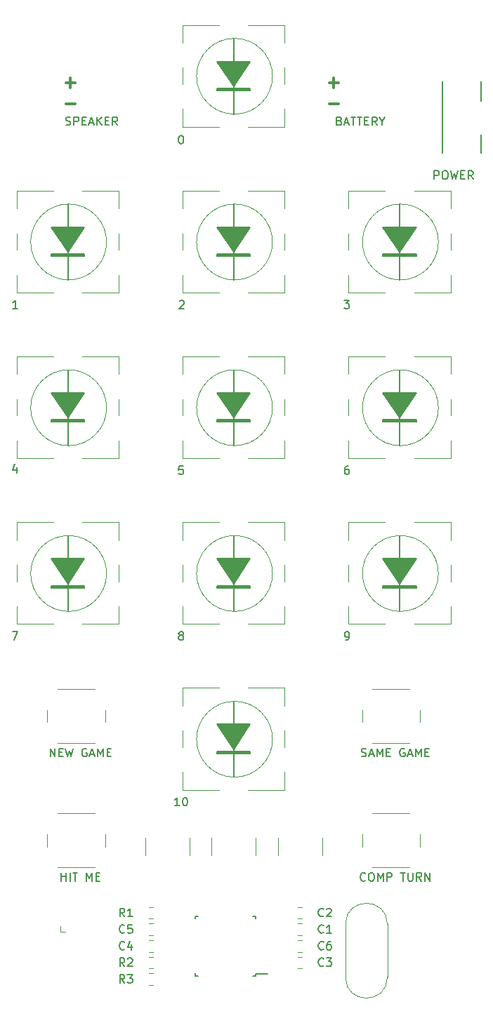
<source format=gbr>
G04 #@! TF.GenerationSoftware,KiCad,Pcbnew,(5.1.4)-1*
G04 #@! TF.CreationDate,2019-10-22T14:30:37-04:00*
G04 #@! TF.ProjectId,MerlinGame,4d65726c-696e-4476-916d-652e6b696361,A*
G04 #@! TF.SameCoordinates,Original*
G04 #@! TF.FileFunction,Legend,Top*
G04 #@! TF.FilePolarity,Positive*
%FSLAX46Y46*%
G04 Gerber Fmt 4.6, Leading zero omitted, Abs format (unit mm)*
G04 Created by KiCad (PCBNEW (5.1.4)-1) date 2019-10-22 14:30:37*
%MOMM*%
%LPD*%
G04 APERTURE LIST*
%ADD10C,0.150000*%
%ADD11C,0.300000*%
%ADD12C,0.120000*%
G04 APERTURE END LIST*
D10*
X59745952Y-55904761D02*
X59888809Y-55952380D01*
X60126904Y-55952380D01*
X60222142Y-55904761D01*
X60269761Y-55857142D01*
X60317380Y-55761904D01*
X60317380Y-55666666D01*
X60269761Y-55571428D01*
X60222142Y-55523809D01*
X60126904Y-55476190D01*
X59936428Y-55428571D01*
X59841190Y-55380952D01*
X59793571Y-55333333D01*
X59745952Y-55238095D01*
X59745952Y-55142857D01*
X59793571Y-55047619D01*
X59841190Y-55000000D01*
X59936428Y-54952380D01*
X60174523Y-54952380D01*
X60317380Y-55000000D01*
X60745952Y-55952380D02*
X60745952Y-54952380D01*
X61126904Y-54952380D01*
X61222142Y-55000000D01*
X61269761Y-55047619D01*
X61317380Y-55142857D01*
X61317380Y-55285714D01*
X61269761Y-55380952D01*
X61222142Y-55428571D01*
X61126904Y-55476190D01*
X60745952Y-55476190D01*
X61745952Y-55428571D02*
X62079285Y-55428571D01*
X62222142Y-55952380D02*
X61745952Y-55952380D01*
X61745952Y-54952380D01*
X62222142Y-54952380D01*
X62603095Y-55666666D02*
X63079285Y-55666666D01*
X62507857Y-55952380D02*
X62841190Y-54952380D01*
X63174523Y-55952380D01*
X63507857Y-55952380D02*
X63507857Y-54952380D01*
X64079285Y-55952380D02*
X63650714Y-55380952D01*
X64079285Y-54952380D02*
X63507857Y-55523809D01*
X64507857Y-55428571D02*
X64841190Y-55428571D01*
X64984047Y-55952380D02*
X64507857Y-55952380D01*
X64507857Y-54952380D01*
X64984047Y-54952380D01*
X65984047Y-55952380D02*
X65650714Y-55476190D01*
X65412619Y-55952380D02*
X65412619Y-54952380D01*
X65793571Y-54952380D01*
X65888809Y-55000000D01*
X65936428Y-55047619D01*
X65984047Y-55142857D01*
X65984047Y-55285714D01*
X65936428Y-55380952D01*
X65888809Y-55428571D01*
X65793571Y-55476190D01*
X65412619Y-55476190D01*
X92750000Y-55428571D02*
X92892857Y-55476190D01*
X92940476Y-55523809D01*
X92988095Y-55619047D01*
X92988095Y-55761904D01*
X92940476Y-55857142D01*
X92892857Y-55904761D01*
X92797619Y-55952380D01*
X92416666Y-55952380D01*
X92416666Y-54952380D01*
X92750000Y-54952380D01*
X92845238Y-55000000D01*
X92892857Y-55047619D01*
X92940476Y-55142857D01*
X92940476Y-55238095D01*
X92892857Y-55333333D01*
X92845238Y-55380952D01*
X92750000Y-55428571D01*
X92416666Y-55428571D01*
X93369047Y-55666666D02*
X93845238Y-55666666D01*
X93273809Y-55952380D02*
X93607142Y-54952380D01*
X93940476Y-55952380D01*
X94130952Y-54952380D02*
X94702380Y-54952380D01*
X94416666Y-55952380D02*
X94416666Y-54952380D01*
X94892857Y-54952380D02*
X95464285Y-54952380D01*
X95178571Y-55952380D02*
X95178571Y-54952380D01*
X95797619Y-55428571D02*
X96130952Y-55428571D01*
X96273809Y-55952380D02*
X95797619Y-55952380D01*
X95797619Y-54952380D01*
X96273809Y-54952380D01*
X97273809Y-55952380D02*
X96940476Y-55476190D01*
X96702380Y-55952380D02*
X96702380Y-54952380D01*
X97083333Y-54952380D01*
X97178571Y-55000000D01*
X97226190Y-55047619D01*
X97273809Y-55142857D01*
X97273809Y-55285714D01*
X97226190Y-55380952D01*
X97178571Y-55428571D01*
X97083333Y-55476190D01*
X96702380Y-55476190D01*
X97892857Y-55476190D02*
X97892857Y-55952380D01*
X97559523Y-54952380D02*
X97892857Y-55476190D01*
X98226190Y-54952380D01*
D11*
X60896428Y-53359857D02*
X59753571Y-53359857D01*
X60896428Y-50819857D02*
X59753571Y-50819857D01*
X60325000Y-50248428D02*
X60325000Y-51391285D01*
X92646428Y-50819857D02*
X91503571Y-50819857D01*
X92075000Y-50248428D02*
X92075000Y-51391285D01*
X92646428Y-53359857D02*
X91503571Y-53359857D01*
D12*
X69738748Y-159710000D02*
X70261252Y-159710000D01*
X69738748Y-158290000D02*
X70261252Y-158290000D01*
X70261252Y-156290000D02*
X69738748Y-156290000D01*
X70261252Y-157710000D02*
X69738748Y-157710000D01*
X69738748Y-153710000D02*
X70261252Y-153710000D01*
X69738748Y-152290000D02*
X70261252Y-152290000D01*
X88261252Y-156290000D02*
X87738748Y-156290000D01*
X88261252Y-157710000D02*
X87738748Y-157710000D01*
X70261252Y-154290000D02*
X69738748Y-154290000D01*
X70261252Y-155710000D02*
X69738748Y-155710000D01*
X88261252Y-154290000D02*
X87738748Y-154290000D01*
X88261252Y-155710000D02*
X87738748Y-155710000D01*
D10*
X109800000Y-53000000D02*
X109800000Y-50700000D01*
X109800000Y-59300000D02*
X109800000Y-57100000D01*
X105200000Y-59300000D02*
X105200000Y-50700000D01*
D12*
X69763748Y-151710000D02*
X70286252Y-151710000D01*
X69763748Y-150290000D02*
X70286252Y-150290000D01*
X59730000Y-153270000D02*
X59095000Y-153270000D01*
X59095000Y-153270000D02*
X59095000Y-152635000D01*
X74670000Y-144050000D02*
X74670000Y-141950000D01*
X69330000Y-144050000D02*
X69330000Y-141950000D01*
X82670000Y-144050000D02*
X82670000Y-141950000D01*
X77330000Y-144050000D02*
X77330000Y-141950000D01*
X90670000Y-144050000D02*
X90670000Y-141950000D01*
X85330000Y-144050000D02*
X85330000Y-141950000D01*
X88261252Y-152290000D02*
X87738748Y-152290000D01*
X88261252Y-153710000D02*
X87738748Y-153710000D01*
X88261252Y-150290000D02*
X87738748Y-150290000D01*
X88261252Y-151710000D02*
X87738748Y-151710000D01*
X98525000Y-152360000D02*
G75*
G03X93475000Y-152360000I-2525000J0D01*
G01*
X98525000Y-158760000D02*
G75*
G02X93475000Y-158760000I-2525000J0D01*
G01*
X98525000Y-158760000D02*
X98525000Y-152360000D01*
X93475000Y-158760000D02*
X93475000Y-152360000D01*
X102475000Y-143000000D02*
X102475000Y-141500000D01*
X101225000Y-139000000D02*
X96725000Y-139000000D01*
X95475000Y-141500000D02*
X95475000Y-143000000D01*
X96725000Y-145500000D02*
X101225000Y-145500000D01*
X64525000Y-143000000D02*
X64525000Y-141500000D01*
X63275000Y-139000000D02*
X58775000Y-139000000D01*
X57525000Y-141500000D02*
X57525000Y-143000000D01*
X58775000Y-145500000D02*
X63275000Y-145500000D01*
X102475000Y-128000000D02*
X102475000Y-126500000D01*
X101225000Y-124000000D02*
X96725000Y-124000000D01*
X95475000Y-126500000D02*
X95475000Y-128000000D01*
X96725000Y-130500000D02*
X101225000Y-130500000D01*
X64525000Y-128000000D02*
X64525000Y-126500000D01*
X63275000Y-124000000D02*
X58775000Y-124000000D01*
X57525000Y-126500000D02*
X57525000Y-128000000D01*
X58775000Y-130500000D02*
X63275000Y-130500000D01*
X86150000Y-136150000D02*
X81750000Y-136150000D01*
X73850000Y-123850000D02*
X78250000Y-123850000D01*
D10*
X80000000Y-125500000D02*
X80000000Y-134600000D01*
G36*
X78000000Y-131500000D02*
G01*
X82000000Y-131500000D01*
X82000000Y-131750000D01*
X78000000Y-131750000D01*
X78000000Y-131500000D01*
G37*
X78000000Y-131500000D02*
X82000000Y-131500000D01*
X82000000Y-131750000D01*
X78000000Y-131750000D01*
X78000000Y-131500000D01*
G36*
X78000000Y-128250000D02*
G01*
X82000000Y-128250000D01*
X80000000Y-131250000D01*
X78000000Y-128250000D01*
G37*
X78000000Y-128250000D02*
X82000000Y-128250000D01*
X80000000Y-131250000D01*
X78000000Y-128250000D01*
D12*
X73850000Y-131000000D02*
X73850000Y-129000000D01*
X73850000Y-136150000D02*
X73850000Y-134000000D01*
X78250000Y-136150000D02*
X73850000Y-136150000D01*
X86150000Y-134000000D02*
X86150000Y-136150000D01*
X86150000Y-129000000D02*
X86150000Y-131000000D01*
X86150000Y-123850000D02*
X86150000Y-126000000D01*
X81750000Y-123850000D02*
X86150000Y-123850000D01*
X73850000Y-126000000D02*
X73850000Y-123850000D01*
X84679050Y-130040000D02*
G75*
G03X84679050Y-130040000I-4579050J0D01*
G01*
X106150000Y-116150000D02*
X101750000Y-116150000D01*
X93850000Y-103850000D02*
X98250000Y-103850000D01*
D10*
X100000000Y-105500000D02*
X100000000Y-114600000D01*
G36*
X98000000Y-111500000D02*
G01*
X102000000Y-111500000D01*
X102000000Y-111750000D01*
X98000000Y-111750000D01*
X98000000Y-111500000D01*
G37*
X98000000Y-111500000D02*
X102000000Y-111500000D01*
X102000000Y-111750000D01*
X98000000Y-111750000D01*
X98000000Y-111500000D01*
G36*
X98000000Y-108250000D02*
G01*
X102000000Y-108250000D01*
X100000000Y-111250000D01*
X98000000Y-108250000D01*
G37*
X98000000Y-108250000D02*
X102000000Y-108250000D01*
X100000000Y-111250000D01*
X98000000Y-108250000D01*
D12*
X93850000Y-111000000D02*
X93850000Y-109000000D01*
X93850000Y-116150000D02*
X93850000Y-114000000D01*
X98250000Y-116150000D02*
X93850000Y-116150000D01*
X106150000Y-114000000D02*
X106150000Y-116150000D01*
X106150000Y-109000000D02*
X106150000Y-111000000D01*
X106150000Y-103850000D02*
X106150000Y-106000000D01*
X101750000Y-103850000D02*
X106150000Y-103850000D01*
X93850000Y-106000000D02*
X93850000Y-103850000D01*
X104679050Y-110040000D02*
G75*
G03X104679050Y-110040000I-4579050J0D01*
G01*
X86150000Y-116150000D02*
X81750000Y-116150000D01*
X73850000Y-103850000D02*
X78250000Y-103850000D01*
D10*
X80000000Y-105500000D02*
X80000000Y-114600000D01*
G36*
X78000000Y-111500000D02*
G01*
X82000000Y-111500000D01*
X82000000Y-111750000D01*
X78000000Y-111750000D01*
X78000000Y-111500000D01*
G37*
X78000000Y-111500000D02*
X82000000Y-111500000D01*
X82000000Y-111750000D01*
X78000000Y-111750000D01*
X78000000Y-111500000D01*
G36*
X78000000Y-108250000D02*
G01*
X82000000Y-108250000D01*
X80000000Y-111250000D01*
X78000000Y-108250000D01*
G37*
X78000000Y-108250000D02*
X82000000Y-108250000D01*
X80000000Y-111250000D01*
X78000000Y-108250000D01*
D12*
X73850000Y-111000000D02*
X73850000Y-109000000D01*
X73850000Y-116150000D02*
X73850000Y-114000000D01*
X78250000Y-116150000D02*
X73850000Y-116150000D01*
X86150000Y-114000000D02*
X86150000Y-116150000D01*
X86150000Y-109000000D02*
X86150000Y-111000000D01*
X86150000Y-103850000D02*
X86150000Y-106000000D01*
X81750000Y-103850000D02*
X86150000Y-103850000D01*
X73850000Y-106000000D02*
X73850000Y-103850000D01*
X84679050Y-110040000D02*
G75*
G03X84679050Y-110040000I-4579050J0D01*
G01*
X66150000Y-116150000D02*
X61750000Y-116150000D01*
X53850000Y-103850000D02*
X58250000Y-103850000D01*
D10*
X60000000Y-105500000D02*
X60000000Y-114600000D01*
G36*
X58000000Y-111500000D02*
G01*
X62000000Y-111500000D01*
X62000000Y-111750000D01*
X58000000Y-111750000D01*
X58000000Y-111500000D01*
G37*
X58000000Y-111500000D02*
X62000000Y-111500000D01*
X62000000Y-111750000D01*
X58000000Y-111750000D01*
X58000000Y-111500000D01*
G36*
X58000000Y-108250000D02*
G01*
X62000000Y-108250000D01*
X60000000Y-111250000D01*
X58000000Y-108250000D01*
G37*
X58000000Y-108250000D02*
X62000000Y-108250000D01*
X60000000Y-111250000D01*
X58000000Y-108250000D01*
D12*
X53850000Y-111000000D02*
X53850000Y-109000000D01*
X53850000Y-116150000D02*
X53850000Y-114000000D01*
X58250000Y-116150000D02*
X53850000Y-116150000D01*
X66150000Y-114000000D02*
X66150000Y-116150000D01*
X66150000Y-109000000D02*
X66150000Y-111000000D01*
X66150000Y-103850000D02*
X66150000Y-106000000D01*
X61750000Y-103850000D02*
X66150000Y-103850000D01*
X53850000Y-106000000D02*
X53850000Y-103850000D01*
X64679050Y-110040000D02*
G75*
G03X64679050Y-110040000I-4579050J0D01*
G01*
X106150000Y-96150000D02*
X101750000Y-96150000D01*
X93850000Y-83850000D02*
X98250000Y-83850000D01*
D10*
X100000000Y-85500000D02*
X100000000Y-94600000D01*
G36*
X98000000Y-91500000D02*
G01*
X102000000Y-91500000D01*
X102000000Y-91750000D01*
X98000000Y-91750000D01*
X98000000Y-91500000D01*
G37*
X98000000Y-91500000D02*
X102000000Y-91500000D01*
X102000000Y-91750000D01*
X98000000Y-91750000D01*
X98000000Y-91500000D01*
G36*
X98000000Y-88250000D02*
G01*
X102000000Y-88250000D01*
X100000000Y-91250000D01*
X98000000Y-88250000D01*
G37*
X98000000Y-88250000D02*
X102000000Y-88250000D01*
X100000000Y-91250000D01*
X98000000Y-88250000D01*
D12*
X93850000Y-91000000D02*
X93850000Y-89000000D01*
X93850000Y-96150000D02*
X93850000Y-94000000D01*
X98250000Y-96150000D02*
X93850000Y-96150000D01*
X106150000Y-94000000D02*
X106150000Y-96150000D01*
X106150000Y-89000000D02*
X106150000Y-91000000D01*
X106150000Y-83850000D02*
X106150000Y-86000000D01*
X101750000Y-83850000D02*
X106150000Y-83850000D01*
X93850000Y-86000000D02*
X93850000Y-83850000D01*
X104679050Y-90040000D02*
G75*
G03X104679050Y-90040000I-4579050J0D01*
G01*
X86150000Y-96150000D02*
X81750000Y-96150000D01*
X73850000Y-83850000D02*
X78250000Y-83850000D01*
D10*
X80000000Y-85500000D02*
X80000000Y-94600000D01*
G36*
X78000000Y-91500000D02*
G01*
X82000000Y-91500000D01*
X82000000Y-91750000D01*
X78000000Y-91750000D01*
X78000000Y-91500000D01*
G37*
X78000000Y-91500000D02*
X82000000Y-91500000D01*
X82000000Y-91750000D01*
X78000000Y-91750000D01*
X78000000Y-91500000D01*
G36*
X78000000Y-88250000D02*
G01*
X82000000Y-88250000D01*
X80000000Y-91250000D01*
X78000000Y-88250000D01*
G37*
X78000000Y-88250000D02*
X82000000Y-88250000D01*
X80000000Y-91250000D01*
X78000000Y-88250000D01*
D12*
X73850000Y-91000000D02*
X73850000Y-89000000D01*
X73850000Y-96150000D02*
X73850000Y-94000000D01*
X78250000Y-96150000D02*
X73850000Y-96150000D01*
X86150000Y-94000000D02*
X86150000Y-96150000D01*
X86150000Y-89000000D02*
X86150000Y-91000000D01*
X86150000Y-83850000D02*
X86150000Y-86000000D01*
X81750000Y-83850000D02*
X86150000Y-83850000D01*
X73850000Y-86000000D02*
X73850000Y-83850000D01*
X84679050Y-90040000D02*
G75*
G03X84679050Y-90040000I-4579050J0D01*
G01*
X66150000Y-96150000D02*
X61750000Y-96150000D01*
X53850000Y-83850000D02*
X58250000Y-83850000D01*
D10*
X60000000Y-85500000D02*
X60000000Y-94600000D01*
G36*
X58000000Y-91500000D02*
G01*
X62000000Y-91500000D01*
X62000000Y-91750000D01*
X58000000Y-91750000D01*
X58000000Y-91500000D01*
G37*
X58000000Y-91500000D02*
X62000000Y-91500000D01*
X62000000Y-91750000D01*
X58000000Y-91750000D01*
X58000000Y-91500000D01*
G36*
X58000000Y-88250000D02*
G01*
X62000000Y-88250000D01*
X60000000Y-91250000D01*
X58000000Y-88250000D01*
G37*
X58000000Y-88250000D02*
X62000000Y-88250000D01*
X60000000Y-91250000D01*
X58000000Y-88250000D01*
D12*
X53850000Y-91000000D02*
X53850000Y-89000000D01*
X53850000Y-96150000D02*
X53850000Y-94000000D01*
X58250000Y-96150000D02*
X53850000Y-96150000D01*
X66150000Y-94000000D02*
X66150000Y-96150000D01*
X66150000Y-89000000D02*
X66150000Y-91000000D01*
X66150000Y-83850000D02*
X66150000Y-86000000D01*
X61750000Y-83850000D02*
X66150000Y-83850000D01*
X53850000Y-86000000D02*
X53850000Y-83850000D01*
X64679050Y-90040000D02*
G75*
G03X64679050Y-90040000I-4579050J0D01*
G01*
D10*
X82625000Y-158400000D02*
X84050000Y-158400000D01*
X75375000Y-158625000D02*
X75700000Y-158625000D01*
X75375000Y-151375000D02*
X75700000Y-151375000D01*
X82625000Y-151375000D02*
X82300000Y-151375000D01*
X82625000Y-158625000D02*
X82300000Y-158625000D01*
X82625000Y-151375000D02*
X82625000Y-151700000D01*
X75375000Y-151375000D02*
X75375000Y-151700000D01*
X75375000Y-158625000D02*
X75375000Y-158300000D01*
X82625000Y-158625000D02*
X82625000Y-158400000D01*
D12*
X106150000Y-76150000D02*
X101750000Y-76150000D01*
X93850000Y-63850000D02*
X98250000Y-63850000D01*
D10*
X100000000Y-65500000D02*
X100000000Y-74600000D01*
G36*
X98000000Y-71500000D02*
G01*
X102000000Y-71500000D01*
X102000000Y-71750000D01*
X98000000Y-71750000D01*
X98000000Y-71500000D01*
G37*
X98000000Y-71500000D02*
X102000000Y-71500000D01*
X102000000Y-71750000D01*
X98000000Y-71750000D01*
X98000000Y-71500000D01*
G36*
X98000000Y-68250000D02*
G01*
X102000000Y-68250000D01*
X100000000Y-71250000D01*
X98000000Y-68250000D01*
G37*
X98000000Y-68250000D02*
X102000000Y-68250000D01*
X100000000Y-71250000D01*
X98000000Y-68250000D01*
D12*
X93850000Y-71000000D02*
X93850000Y-69000000D01*
X93850000Y-76150000D02*
X93850000Y-74000000D01*
X98250000Y-76150000D02*
X93850000Y-76150000D01*
X106150000Y-74000000D02*
X106150000Y-76150000D01*
X106150000Y-69000000D02*
X106150000Y-71000000D01*
X106150000Y-63850000D02*
X106150000Y-66000000D01*
X101750000Y-63850000D02*
X106150000Y-63850000D01*
X93850000Y-66000000D02*
X93850000Y-63850000D01*
X104679050Y-70040000D02*
G75*
G03X104679050Y-70040000I-4579050J0D01*
G01*
X86150000Y-76150000D02*
X81750000Y-76150000D01*
X73850000Y-63850000D02*
X78250000Y-63850000D01*
D10*
X80000000Y-65500000D02*
X80000000Y-74600000D01*
G36*
X78000000Y-71500000D02*
G01*
X82000000Y-71500000D01*
X82000000Y-71750000D01*
X78000000Y-71750000D01*
X78000000Y-71500000D01*
G37*
X78000000Y-71500000D02*
X82000000Y-71500000D01*
X82000000Y-71750000D01*
X78000000Y-71750000D01*
X78000000Y-71500000D01*
G36*
X78000000Y-68250000D02*
G01*
X82000000Y-68250000D01*
X80000000Y-71250000D01*
X78000000Y-68250000D01*
G37*
X78000000Y-68250000D02*
X82000000Y-68250000D01*
X80000000Y-71250000D01*
X78000000Y-68250000D01*
D12*
X73850000Y-71000000D02*
X73850000Y-69000000D01*
X73850000Y-76150000D02*
X73850000Y-74000000D01*
X78250000Y-76150000D02*
X73850000Y-76150000D01*
X86150000Y-74000000D02*
X86150000Y-76150000D01*
X86150000Y-69000000D02*
X86150000Y-71000000D01*
X86150000Y-63850000D02*
X86150000Y-66000000D01*
X81750000Y-63850000D02*
X86150000Y-63850000D01*
X73850000Y-66000000D02*
X73850000Y-63850000D01*
X84679050Y-70040000D02*
G75*
G03X84679050Y-70040000I-4579050J0D01*
G01*
X66150000Y-76150000D02*
X61750000Y-76150000D01*
X53850000Y-63850000D02*
X58250000Y-63850000D01*
D10*
X60000000Y-65500000D02*
X60000000Y-74600000D01*
G36*
X58000000Y-71500000D02*
G01*
X62000000Y-71500000D01*
X62000000Y-71750000D01*
X58000000Y-71750000D01*
X58000000Y-71500000D01*
G37*
X58000000Y-71500000D02*
X62000000Y-71500000D01*
X62000000Y-71750000D01*
X58000000Y-71750000D01*
X58000000Y-71500000D01*
G36*
X58000000Y-68250000D02*
G01*
X62000000Y-68250000D01*
X60000000Y-71250000D01*
X58000000Y-68250000D01*
G37*
X58000000Y-68250000D02*
X62000000Y-68250000D01*
X60000000Y-71250000D01*
X58000000Y-68250000D01*
D12*
X53850000Y-71000000D02*
X53850000Y-69000000D01*
X53850000Y-76150000D02*
X53850000Y-74000000D01*
X58250000Y-76150000D02*
X53850000Y-76150000D01*
X66150000Y-74000000D02*
X66150000Y-76150000D01*
X66150000Y-69000000D02*
X66150000Y-71000000D01*
X66150000Y-63850000D02*
X66150000Y-66000000D01*
X61750000Y-63850000D02*
X66150000Y-63850000D01*
X53850000Y-66000000D02*
X53850000Y-63850000D01*
X64679050Y-70040000D02*
G75*
G03X64679050Y-70040000I-4579050J0D01*
G01*
X86150000Y-56150000D02*
X81750000Y-56150000D01*
X73850000Y-43850000D02*
X78250000Y-43850000D01*
D10*
X80000000Y-45500000D02*
X80000000Y-54600000D01*
G36*
X78000000Y-51500000D02*
G01*
X82000000Y-51500000D01*
X82000000Y-51750000D01*
X78000000Y-51750000D01*
X78000000Y-51500000D01*
G37*
X78000000Y-51500000D02*
X82000000Y-51500000D01*
X82000000Y-51750000D01*
X78000000Y-51750000D01*
X78000000Y-51500000D01*
G36*
X78000000Y-48250000D02*
G01*
X82000000Y-48250000D01*
X80000000Y-51250000D01*
X78000000Y-48250000D01*
G37*
X78000000Y-48250000D02*
X82000000Y-48250000D01*
X80000000Y-51250000D01*
X78000000Y-48250000D01*
D12*
X73850000Y-51000000D02*
X73850000Y-49000000D01*
X73850000Y-56150000D02*
X73850000Y-54000000D01*
X78250000Y-56150000D02*
X73850000Y-56150000D01*
X86150000Y-54000000D02*
X86150000Y-56150000D01*
X86150000Y-49000000D02*
X86150000Y-51000000D01*
X86150000Y-43850000D02*
X86150000Y-46000000D01*
X81750000Y-43850000D02*
X86150000Y-43850000D01*
X73850000Y-46000000D02*
X73850000Y-43850000D01*
X84679050Y-50040000D02*
G75*
G03X84679050Y-50040000I-4579050J0D01*
G01*
D10*
X66833333Y-159452380D02*
X66500000Y-158976190D01*
X66261904Y-159452380D02*
X66261904Y-158452380D01*
X66642857Y-158452380D01*
X66738095Y-158500000D01*
X66785714Y-158547619D01*
X66833333Y-158642857D01*
X66833333Y-158785714D01*
X66785714Y-158880952D01*
X66738095Y-158928571D01*
X66642857Y-158976190D01*
X66261904Y-158976190D01*
X67166666Y-158452380D02*
X67785714Y-158452380D01*
X67452380Y-158833333D01*
X67595238Y-158833333D01*
X67690476Y-158880952D01*
X67738095Y-158928571D01*
X67785714Y-159023809D01*
X67785714Y-159261904D01*
X67738095Y-159357142D01*
X67690476Y-159404761D01*
X67595238Y-159452380D01*
X67309523Y-159452380D01*
X67214285Y-159404761D01*
X67166666Y-159357142D01*
X66833333Y-157452380D02*
X66500000Y-156976190D01*
X66261904Y-157452380D02*
X66261904Y-156452380D01*
X66642857Y-156452380D01*
X66738095Y-156500000D01*
X66785714Y-156547619D01*
X66833333Y-156642857D01*
X66833333Y-156785714D01*
X66785714Y-156880952D01*
X66738095Y-156928571D01*
X66642857Y-156976190D01*
X66261904Y-156976190D01*
X67214285Y-156547619D02*
X67261904Y-156500000D01*
X67357142Y-156452380D01*
X67595238Y-156452380D01*
X67690476Y-156500000D01*
X67738095Y-156547619D01*
X67785714Y-156642857D01*
X67785714Y-156738095D01*
X67738095Y-156880952D01*
X67166666Y-157452380D01*
X67785714Y-157452380D01*
X66833333Y-153357142D02*
X66785714Y-153404761D01*
X66642857Y-153452380D01*
X66547619Y-153452380D01*
X66404761Y-153404761D01*
X66309523Y-153309523D01*
X66261904Y-153214285D01*
X66214285Y-153023809D01*
X66214285Y-152880952D01*
X66261904Y-152690476D01*
X66309523Y-152595238D01*
X66404761Y-152500000D01*
X66547619Y-152452380D01*
X66642857Y-152452380D01*
X66785714Y-152500000D01*
X66833333Y-152547619D01*
X67738095Y-152452380D02*
X67261904Y-152452380D01*
X67214285Y-152928571D01*
X67261904Y-152880952D01*
X67357142Y-152833333D01*
X67595238Y-152833333D01*
X67690476Y-152880952D01*
X67738095Y-152928571D01*
X67785714Y-153023809D01*
X67785714Y-153261904D01*
X67738095Y-153357142D01*
X67690476Y-153404761D01*
X67595238Y-153452380D01*
X67357142Y-153452380D01*
X67261904Y-153404761D01*
X67214285Y-153357142D01*
X90833333Y-157357142D02*
X90785714Y-157404761D01*
X90642857Y-157452380D01*
X90547619Y-157452380D01*
X90404761Y-157404761D01*
X90309523Y-157309523D01*
X90261904Y-157214285D01*
X90214285Y-157023809D01*
X90214285Y-156880952D01*
X90261904Y-156690476D01*
X90309523Y-156595238D01*
X90404761Y-156500000D01*
X90547619Y-156452380D01*
X90642857Y-156452380D01*
X90785714Y-156500000D01*
X90833333Y-156547619D01*
X91166666Y-156452380D02*
X91785714Y-156452380D01*
X91452380Y-156833333D01*
X91595238Y-156833333D01*
X91690476Y-156880952D01*
X91738095Y-156928571D01*
X91785714Y-157023809D01*
X91785714Y-157261904D01*
X91738095Y-157357142D01*
X91690476Y-157404761D01*
X91595238Y-157452380D01*
X91309523Y-157452380D01*
X91214285Y-157404761D01*
X91166666Y-157357142D01*
X66833333Y-155357142D02*
X66785714Y-155404761D01*
X66642857Y-155452380D01*
X66547619Y-155452380D01*
X66404761Y-155404761D01*
X66309523Y-155309523D01*
X66261904Y-155214285D01*
X66214285Y-155023809D01*
X66214285Y-154880952D01*
X66261904Y-154690476D01*
X66309523Y-154595238D01*
X66404761Y-154500000D01*
X66547619Y-154452380D01*
X66642857Y-154452380D01*
X66785714Y-154500000D01*
X66833333Y-154547619D01*
X67690476Y-154785714D02*
X67690476Y-155452380D01*
X67452380Y-154404761D02*
X67214285Y-155119047D01*
X67833333Y-155119047D01*
X90833333Y-155357142D02*
X90785714Y-155404761D01*
X90642857Y-155452380D01*
X90547619Y-155452380D01*
X90404761Y-155404761D01*
X90309523Y-155309523D01*
X90261904Y-155214285D01*
X90214285Y-155023809D01*
X90214285Y-154880952D01*
X90261904Y-154690476D01*
X90309523Y-154595238D01*
X90404761Y-154500000D01*
X90547619Y-154452380D01*
X90642857Y-154452380D01*
X90785714Y-154500000D01*
X90833333Y-154547619D01*
X91690476Y-154452380D02*
X91500000Y-154452380D01*
X91404761Y-154500000D01*
X91357142Y-154547619D01*
X91261904Y-154690476D01*
X91214285Y-154880952D01*
X91214285Y-155261904D01*
X91261904Y-155357142D01*
X91309523Y-155404761D01*
X91404761Y-155452380D01*
X91595238Y-155452380D01*
X91690476Y-155404761D01*
X91738095Y-155357142D01*
X91785714Y-155261904D01*
X91785714Y-155023809D01*
X91738095Y-154928571D01*
X91690476Y-154880952D01*
X91595238Y-154833333D01*
X91404761Y-154833333D01*
X91309523Y-154880952D01*
X91261904Y-154928571D01*
X91214285Y-155023809D01*
X104190476Y-62452380D02*
X104190476Y-61452380D01*
X104571428Y-61452380D01*
X104666666Y-61500000D01*
X104714285Y-61547619D01*
X104761904Y-61642857D01*
X104761904Y-61785714D01*
X104714285Y-61880952D01*
X104666666Y-61928571D01*
X104571428Y-61976190D01*
X104190476Y-61976190D01*
X105380952Y-61452380D02*
X105571428Y-61452380D01*
X105666666Y-61500000D01*
X105761904Y-61595238D01*
X105809523Y-61785714D01*
X105809523Y-62119047D01*
X105761904Y-62309523D01*
X105666666Y-62404761D01*
X105571428Y-62452380D01*
X105380952Y-62452380D01*
X105285714Y-62404761D01*
X105190476Y-62309523D01*
X105142857Y-62119047D01*
X105142857Y-61785714D01*
X105190476Y-61595238D01*
X105285714Y-61500000D01*
X105380952Y-61452380D01*
X106142857Y-61452380D02*
X106380952Y-62452380D01*
X106571428Y-61738095D01*
X106761904Y-62452380D01*
X107000000Y-61452380D01*
X107380952Y-61928571D02*
X107714285Y-61928571D01*
X107857142Y-62452380D02*
X107380952Y-62452380D01*
X107380952Y-61452380D01*
X107857142Y-61452380D01*
X108857142Y-62452380D02*
X108523809Y-61976190D01*
X108285714Y-62452380D02*
X108285714Y-61452380D01*
X108666666Y-61452380D01*
X108761904Y-61500000D01*
X108809523Y-61547619D01*
X108857142Y-61642857D01*
X108857142Y-61785714D01*
X108809523Y-61880952D01*
X108761904Y-61928571D01*
X108666666Y-61976190D01*
X108285714Y-61976190D01*
X66833333Y-151452380D02*
X66500000Y-150976190D01*
X66261904Y-151452380D02*
X66261904Y-150452380D01*
X66642857Y-150452380D01*
X66738095Y-150500000D01*
X66785714Y-150547619D01*
X66833333Y-150642857D01*
X66833333Y-150785714D01*
X66785714Y-150880952D01*
X66738095Y-150928571D01*
X66642857Y-150976190D01*
X66261904Y-150976190D01*
X67785714Y-151452380D02*
X67214285Y-151452380D01*
X67500000Y-151452380D02*
X67500000Y-150452380D01*
X67404761Y-150595238D01*
X67309523Y-150690476D01*
X67214285Y-150738095D01*
X90833333Y-153357142D02*
X90785714Y-153404761D01*
X90642857Y-153452380D01*
X90547619Y-153452380D01*
X90404761Y-153404761D01*
X90309523Y-153309523D01*
X90261904Y-153214285D01*
X90214285Y-153023809D01*
X90214285Y-152880952D01*
X90261904Y-152690476D01*
X90309523Y-152595238D01*
X90404761Y-152500000D01*
X90547619Y-152452380D01*
X90642857Y-152452380D01*
X90785714Y-152500000D01*
X90833333Y-152547619D01*
X91785714Y-153452380D02*
X91214285Y-153452380D01*
X91500000Y-153452380D02*
X91500000Y-152452380D01*
X91404761Y-152595238D01*
X91309523Y-152690476D01*
X91214285Y-152738095D01*
X90833333Y-151357142D02*
X90785714Y-151404761D01*
X90642857Y-151452380D01*
X90547619Y-151452380D01*
X90404761Y-151404761D01*
X90309523Y-151309523D01*
X90261904Y-151214285D01*
X90214285Y-151023809D01*
X90214285Y-150880952D01*
X90261904Y-150690476D01*
X90309523Y-150595238D01*
X90404761Y-150500000D01*
X90547619Y-150452380D01*
X90642857Y-150452380D01*
X90785714Y-150500000D01*
X90833333Y-150547619D01*
X91214285Y-150547619D02*
X91261904Y-150500000D01*
X91357142Y-150452380D01*
X91595238Y-150452380D01*
X91690476Y-150500000D01*
X91738095Y-150547619D01*
X91785714Y-150642857D01*
X91785714Y-150738095D01*
X91738095Y-150880952D01*
X91166666Y-151452380D01*
X91785714Y-151452380D01*
X95879761Y-147057142D02*
X95832142Y-147104761D01*
X95689285Y-147152380D01*
X95594047Y-147152380D01*
X95451190Y-147104761D01*
X95355952Y-147009523D01*
X95308333Y-146914285D01*
X95260714Y-146723809D01*
X95260714Y-146580952D01*
X95308333Y-146390476D01*
X95355952Y-146295238D01*
X95451190Y-146200000D01*
X95594047Y-146152380D01*
X95689285Y-146152380D01*
X95832142Y-146200000D01*
X95879761Y-146247619D01*
X96498809Y-146152380D02*
X96689285Y-146152380D01*
X96784523Y-146200000D01*
X96879761Y-146295238D01*
X96927380Y-146485714D01*
X96927380Y-146819047D01*
X96879761Y-147009523D01*
X96784523Y-147104761D01*
X96689285Y-147152380D01*
X96498809Y-147152380D01*
X96403571Y-147104761D01*
X96308333Y-147009523D01*
X96260714Y-146819047D01*
X96260714Y-146485714D01*
X96308333Y-146295238D01*
X96403571Y-146200000D01*
X96498809Y-146152380D01*
X97355952Y-147152380D02*
X97355952Y-146152380D01*
X97689285Y-146866666D01*
X98022619Y-146152380D01*
X98022619Y-147152380D01*
X98498809Y-147152380D02*
X98498809Y-146152380D01*
X98879761Y-146152380D01*
X98975000Y-146200000D01*
X99022619Y-146247619D01*
X99070238Y-146342857D01*
X99070238Y-146485714D01*
X99022619Y-146580952D01*
X98975000Y-146628571D01*
X98879761Y-146676190D01*
X98498809Y-146676190D01*
X100117857Y-146152380D02*
X100689285Y-146152380D01*
X100403571Y-147152380D02*
X100403571Y-146152380D01*
X101022619Y-146152380D02*
X101022619Y-146961904D01*
X101070238Y-147057142D01*
X101117857Y-147104761D01*
X101213095Y-147152380D01*
X101403571Y-147152380D01*
X101498809Y-147104761D01*
X101546428Y-147057142D01*
X101594047Y-146961904D01*
X101594047Y-146152380D01*
X102641666Y-147152380D02*
X102308333Y-146676190D01*
X102070238Y-147152380D02*
X102070238Y-146152380D01*
X102451190Y-146152380D01*
X102546428Y-146200000D01*
X102594047Y-146247619D01*
X102641666Y-146342857D01*
X102641666Y-146485714D01*
X102594047Y-146580952D01*
X102546428Y-146628571D01*
X102451190Y-146676190D01*
X102070238Y-146676190D01*
X103070238Y-147152380D02*
X103070238Y-146152380D01*
X103641666Y-147152380D01*
X103641666Y-146152380D01*
X59215476Y-147152380D02*
X59215476Y-146152380D01*
X59215476Y-146628571D02*
X59786904Y-146628571D01*
X59786904Y-147152380D02*
X59786904Y-146152380D01*
X60263095Y-147152380D02*
X60263095Y-146152380D01*
X60596428Y-146152380D02*
X61167857Y-146152380D01*
X60882142Y-147152380D02*
X60882142Y-146152380D01*
X62263095Y-147152380D02*
X62263095Y-146152380D01*
X62596428Y-146866666D01*
X62929761Y-146152380D01*
X62929761Y-147152380D01*
X63405952Y-146628571D02*
X63739285Y-146628571D01*
X63882142Y-147152380D02*
X63405952Y-147152380D01*
X63405952Y-146152380D01*
X63882142Y-146152380D01*
X95403571Y-132104761D02*
X95546428Y-132152380D01*
X95784523Y-132152380D01*
X95879761Y-132104761D01*
X95927380Y-132057142D01*
X95975000Y-131961904D01*
X95975000Y-131866666D01*
X95927380Y-131771428D01*
X95879761Y-131723809D01*
X95784523Y-131676190D01*
X95594047Y-131628571D01*
X95498809Y-131580952D01*
X95451190Y-131533333D01*
X95403571Y-131438095D01*
X95403571Y-131342857D01*
X95451190Y-131247619D01*
X95498809Y-131200000D01*
X95594047Y-131152380D01*
X95832142Y-131152380D01*
X95975000Y-131200000D01*
X96355952Y-131866666D02*
X96832142Y-131866666D01*
X96260714Y-132152380D02*
X96594047Y-131152380D01*
X96927380Y-132152380D01*
X97260714Y-132152380D02*
X97260714Y-131152380D01*
X97594047Y-131866666D01*
X97927380Y-131152380D01*
X97927380Y-132152380D01*
X98403571Y-131628571D02*
X98736904Y-131628571D01*
X98879761Y-132152380D02*
X98403571Y-132152380D01*
X98403571Y-131152380D01*
X98879761Y-131152380D01*
X100594047Y-131200000D02*
X100498809Y-131152380D01*
X100355952Y-131152380D01*
X100213095Y-131200000D01*
X100117857Y-131295238D01*
X100070238Y-131390476D01*
X100022619Y-131580952D01*
X100022619Y-131723809D01*
X100070238Y-131914285D01*
X100117857Y-132009523D01*
X100213095Y-132104761D01*
X100355952Y-132152380D01*
X100451190Y-132152380D01*
X100594047Y-132104761D01*
X100641666Y-132057142D01*
X100641666Y-131723809D01*
X100451190Y-131723809D01*
X101022619Y-131866666D02*
X101498809Y-131866666D01*
X100927380Y-132152380D02*
X101260714Y-131152380D01*
X101594047Y-132152380D01*
X101927380Y-132152380D02*
X101927380Y-131152380D01*
X102260714Y-131866666D01*
X102594047Y-131152380D01*
X102594047Y-132152380D01*
X103070238Y-131628571D02*
X103403571Y-131628571D01*
X103546428Y-132152380D02*
X103070238Y-132152380D01*
X103070238Y-131152380D01*
X103546428Y-131152380D01*
X57882142Y-132152380D02*
X57882142Y-131152380D01*
X58453571Y-132152380D01*
X58453571Y-131152380D01*
X58929761Y-131628571D02*
X59263095Y-131628571D01*
X59405952Y-132152380D02*
X58929761Y-132152380D01*
X58929761Y-131152380D01*
X59405952Y-131152380D01*
X59739285Y-131152380D02*
X59977380Y-132152380D01*
X60167857Y-131438095D01*
X60358333Y-132152380D01*
X60596428Y-131152380D01*
X62263095Y-131200000D02*
X62167857Y-131152380D01*
X62025000Y-131152380D01*
X61882142Y-131200000D01*
X61786904Y-131295238D01*
X61739285Y-131390476D01*
X61691666Y-131580952D01*
X61691666Y-131723809D01*
X61739285Y-131914285D01*
X61786904Y-132009523D01*
X61882142Y-132104761D01*
X62025000Y-132152380D01*
X62120238Y-132152380D01*
X62263095Y-132104761D01*
X62310714Y-132057142D01*
X62310714Y-131723809D01*
X62120238Y-131723809D01*
X62691666Y-131866666D02*
X63167857Y-131866666D01*
X62596428Y-132152380D02*
X62929761Y-131152380D01*
X63263095Y-132152380D01*
X63596428Y-132152380D02*
X63596428Y-131152380D01*
X63929761Y-131866666D01*
X64263095Y-131152380D01*
X64263095Y-132152380D01*
X64739285Y-131628571D02*
X65072619Y-131628571D01*
X65215476Y-132152380D02*
X64739285Y-132152380D01*
X64739285Y-131152380D01*
X65215476Y-131152380D01*
X73459523Y-138072380D02*
X72888095Y-138072380D01*
X73173809Y-138072380D02*
X73173809Y-137072380D01*
X73078571Y-137215238D01*
X72983333Y-137310476D01*
X72888095Y-137358095D01*
X74078571Y-137072380D02*
X74173809Y-137072380D01*
X74269047Y-137120000D01*
X74316666Y-137167619D01*
X74364285Y-137262857D01*
X74411904Y-137453333D01*
X74411904Y-137691428D01*
X74364285Y-137881904D01*
X74316666Y-137977142D01*
X74269047Y-138024761D01*
X74173809Y-138072380D01*
X74078571Y-138072380D01*
X73983333Y-138024761D01*
X73935714Y-137977142D01*
X73888095Y-137881904D01*
X73840476Y-137691428D01*
X73840476Y-137453333D01*
X73888095Y-137262857D01*
X73935714Y-137167619D01*
X73983333Y-137120000D01*
X74078571Y-137072380D01*
X93459523Y-118072380D02*
X93650000Y-118072380D01*
X93745238Y-118024761D01*
X93792857Y-117977142D01*
X93888095Y-117834285D01*
X93935714Y-117643809D01*
X93935714Y-117262857D01*
X93888095Y-117167619D01*
X93840476Y-117120000D01*
X93745238Y-117072380D01*
X93554761Y-117072380D01*
X93459523Y-117120000D01*
X93411904Y-117167619D01*
X93364285Y-117262857D01*
X93364285Y-117500952D01*
X93411904Y-117596190D01*
X93459523Y-117643809D01*
X93554761Y-117691428D01*
X93745238Y-117691428D01*
X93840476Y-117643809D01*
X93888095Y-117596190D01*
X93935714Y-117500952D01*
X73554761Y-117500952D02*
X73459523Y-117453333D01*
X73411904Y-117405714D01*
X73364285Y-117310476D01*
X73364285Y-117262857D01*
X73411904Y-117167619D01*
X73459523Y-117120000D01*
X73554761Y-117072380D01*
X73745238Y-117072380D01*
X73840476Y-117120000D01*
X73888095Y-117167619D01*
X73935714Y-117262857D01*
X73935714Y-117310476D01*
X73888095Y-117405714D01*
X73840476Y-117453333D01*
X73745238Y-117500952D01*
X73554761Y-117500952D01*
X73459523Y-117548571D01*
X73411904Y-117596190D01*
X73364285Y-117691428D01*
X73364285Y-117881904D01*
X73411904Y-117977142D01*
X73459523Y-118024761D01*
X73554761Y-118072380D01*
X73745238Y-118072380D01*
X73840476Y-118024761D01*
X73888095Y-117977142D01*
X73935714Y-117881904D01*
X73935714Y-117691428D01*
X73888095Y-117596190D01*
X73840476Y-117548571D01*
X73745238Y-117500952D01*
X53316666Y-117072380D02*
X53983333Y-117072380D01*
X53554761Y-118072380D01*
X93840476Y-97072380D02*
X93650000Y-97072380D01*
X93554761Y-97120000D01*
X93507142Y-97167619D01*
X93411904Y-97310476D01*
X93364285Y-97500952D01*
X93364285Y-97881904D01*
X93411904Y-97977142D01*
X93459523Y-98024761D01*
X93554761Y-98072380D01*
X93745238Y-98072380D01*
X93840476Y-98024761D01*
X93888095Y-97977142D01*
X93935714Y-97881904D01*
X93935714Y-97643809D01*
X93888095Y-97548571D01*
X93840476Y-97500952D01*
X93745238Y-97453333D01*
X93554761Y-97453333D01*
X93459523Y-97500952D01*
X93411904Y-97548571D01*
X93364285Y-97643809D01*
X73888095Y-97072380D02*
X73411904Y-97072380D01*
X73364285Y-97548571D01*
X73411904Y-97500952D01*
X73507142Y-97453333D01*
X73745238Y-97453333D01*
X73840476Y-97500952D01*
X73888095Y-97548571D01*
X73935714Y-97643809D01*
X73935714Y-97881904D01*
X73888095Y-97977142D01*
X73840476Y-98024761D01*
X73745238Y-98072380D01*
X73507142Y-98072380D01*
X73411904Y-98024761D01*
X73364285Y-97977142D01*
X53840476Y-97215714D02*
X53840476Y-97882380D01*
X53602380Y-96834761D02*
X53364285Y-97549047D01*
X53983333Y-97549047D01*
X93316666Y-77072380D02*
X93935714Y-77072380D01*
X93602380Y-77453333D01*
X93745238Y-77453333D01*
X93840476Y-77500952D01*
X93888095Y-77548571D01*
X93935714Y-77643809D01*
X93935714Y-77881904D01*
X93888095Y-77977142D01*
X93840476Y-78024761D01*
X93745238Y-78072380D01*
X93459523Y-78072380D01*
X93364285Y-78024761D01*
X93316666Y-77977142D01*
X73464285Y-77172619D02*
X73511904Y-77125000D01*
X73607142Y-77077380D01*
X73845238Y-77077380D01*
X73940476Y-77125000D01*
X73988095Y-77172619D01*
X74035714Y-77267857D01*
X74035714Y-77363095D01*
X73988095Y-77505952D01*
X73416666Y-78077380D01*
X74035714Y-78077380D01*
X53935714Y-78072380D02*
X53364285Y-78072380D01*
X53650000Y-78072380D02*
X53650000Y-77072380D01*
X53554761Y-77215238D01*
X53459523Y-77310476D01*
X53364285Y-77358095D01*
X73602380Y-57199380D02*
X73697619Y-57199380D01*
X73792857Y-57247000D01*
X73840476Y-57294619D01*
X73888095Y-57389857D01*
X73935714Y-57580333D01*
X73935714Y-57818428D01*
X73888095Y-58008904D01*
X73840476Y-58104142D01*
X73792857Y-58151761D01*
X73697619Y-58199380D01*
X73602380Y-58199380D01*
X73507142Y-58151761D01*
X73459523Y-58104142D01*
X73411904Y-58008904D01*
X73364285Y-57818428D01*
X73364285Y-57580333D01*
X73411904Y-57389857D01*
X73459523Y-57294619D01*
X73507142Y-57247000D01*
X73602380Y-57199380D01*
M02*

</source>
